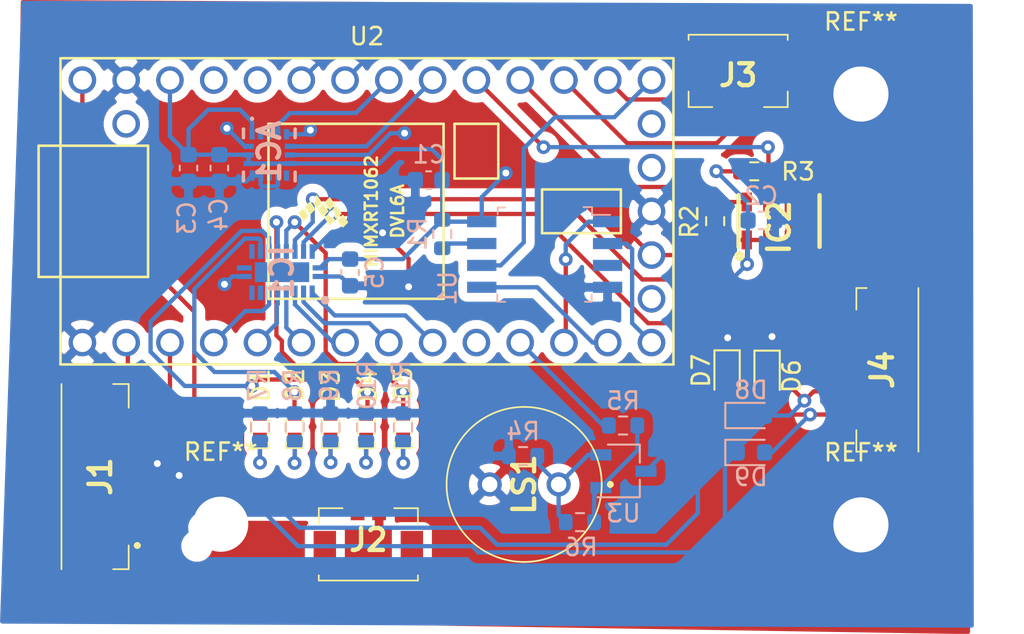
<source format=kicad_pcb>
(kicad_pcb (version 20171130) (host pcbnew "(5.1.10)-1")
  (layers (0 F.Cu signal) (31 B.Cu signal) (34 B.Paste user) (35 F.Paste user) (36 B.SilkS user) (37 F.SilkS user) (38 B.Mask user) (39 F.Mask user) (44 Edge.Cuts user))
  (net 0 "")
  (net 1 GND)
  (net 2 "Net-(D1-Pad1)")
  (net 3 "Net-(D2-Pad1)")
  (net 4 YLED1)
  (net 5 YLED2)
  (net 6 "Net-(D3-Pad1)")
  (net 7 "Net-(D4-Pad1)")
  (net 8 GLED1)
  (net 9 GLED2)
  (net 10 "Net-(D5-Pad1)")
  (net 11 MISO)
  (net 12 MOSI)
  (net 13 SCLK)
  (net 14 PYRO1)
  (net 15 PYRO2)
  (net 16 BUZZ1)
  (net 17 BUZZ2)
  (net 18 PWM1)
  (net 19 PWM2)
  (net 20 Buzzer)
  (net 21 "Net-(U1-Pad3)")
  (net 22 CS_FLASH)
  (net 23 TBUZZ2)
  (net 24 TBUZZ1)
  (net 25 VIN)
  (net 26 TGLED2)
  (net 27 TGLED1)
  (net 28 TYLED2)
  (net 29 TYLED1)
  (net 30 TBuzzer)
  (net 31 "Net-(J3-PadMP1)")
  (net 32 "Net-(J3-PadMP2)")
  (net 33 "Net-(J4-Pad6)")
  (net 34 "Net-(J4-Pad7)")
  (net 35 "Net-(J1-PadMP1)")
  (net 36 "Net-(J1-PadMP2)")
  (net 37 "Net-(J2-PadMP1)")
  (net 38 "Net-(J2-PadMP2)")
  (net 39 Baro_SCLK)
  (net 40 "Net-(AC1-Pad2)")
  (net 41 "Net-(AC1-Pad3)")
  (net 42 Accel_SCL)
  (net 43 Accel_SDA)
  (net 44 Accel_INT2)
  (net 45 Accel_INT1)
  (net 46 INFREE1)
  (net 47 INFREE2)
  (net 48 OUTFREE2)
  (net 49 OUTFREE1)
  (net 50 "Net-(IC1-Pad21)")
  (net 51 HFREE)
  (net 52 HTX)
  (net 53 HRX)
  (net 54 "Net-(R1-Pad2)")
  (net 55 "Net-(R5-Pad1)")
  (net 56 "Net-(U2-Pad18)")
  (net 57 "Net-(U2-Pad19)")
  (net 58 "Net-(U2-Pad15)")
  (net 59 "Net-(U2-Pad29)")
  (net 60 "Net-(U2-Pad30)")
  (net 61 "Net-(U2-Pad34)")
  (net 62 "Net-(U2-Pad10)")
  (net 63 +3V3)
  (net 64 Baro_SDA)
  (net 65 TPyro1OUT)
  (net 66 OPYRO1)
  (net 67 OPYRO2)
  (net 68 TPyro2OUT)
  (module MountingHole:MountingHole_3.2mm_M3 (layer F.Cu) (at 99.3648 106.55808)
    (fp_text reference REF** (at 0 -4.2) (layer F.SilkS))
    (fp_text value MountingHole_3.2mm_M3)
    (pad 1 np_thru_hole circle (at 0 0) (size 3.2 3.2) (drill 3.2) (layers *.Cu *.Mask))
  )
  (module MountingHole:MountingHole_3.2mm_M3 (layer F.Cu) (at 136.50976 106.59618)
    (fp_text reference REF** (at 0 -4.2) (layer F.SilkS))
    (fp_text value MountingHole_3.2mm_M3)
    (pad 1 np_thru_hole circle (at 0 0) (size 3.2 3.2) (drill 3.2) (layers *.Cu *.Mask))
  )
  (module MountingHole:MountingHole_3.2mm_M3 (layer F.Cu) (at 136.50976 81.57972)
    (fp_text reference REF** (at 0 -4.2) (layer F.SilkS))
    (fp_text value MountingHole_3.2mm_M3)
    (pad 1 np_thru_hole circle (at 0 0) (size 3.2 3.2) (drill 3.2) (layers *.Cu *.Mask))
  )
  (module Capacitor_SMD:C_0603_1608Metric (layer B.Cu) (at 130.72842 88.91778 180)
    (fp_text reference C2 (at 0 1.43) (layer B.SilkS) (effects (justify mirror)))
    (fp_text value 0.1uF)
    (pad 1 smd roundrect (at -0.775 0 180) (size 0.9 0.95) (layers B.Cu B.Paste B.Mask) (net 1 GND))
    (pad 2 smd roundrect (at 0.775 0 180) (size 0.9 0.95) (layers B.Cu B.Paste B.Mask) (net 63 +3V3))
  )
  (module Capacitor_SMD:C_0603_1608Metric (layer B.Cu) (at 111.4301 86.5759 180)
    (fp_text reference C1 (at -0.04034 1.48336) (layer B.SilkS) (effects (justify mirror)))
    (fp_text value 22pF)
    (pad 1 smd roundrect (at -0.775 0 180) (size 0.9 0.95) (layers B.Cu B.Paste B.Mask) (net 63 +3V3))
    (pad 2 smd roundrect (at 0.775 0 180) (size 0.9 0.95) (layers B.Cu B.Paste B.Mask) (net 1 GND))
  )
  (module Resistor_SMD:R_0603_1608Metric (layer B.Cu) (at 116.90908 102.60076 180)
    (fp_text reference R4 (at 0 1.43) (layer B.SilkS) (effects (justify mirror)))
    (fp_text value 1k)
    (pad 1 smd roundrect (at -0.825 0 180) (size 0.8 0.95) (layers B.Cu B.Paste B.Mask) (net 20 Buzzer))
    (pad 2 smd roundrect (at 0.825 0 180) (size 0.8 0.95) (layers B.Cu B.Paste B.Mask) (net 1 GND))
  )
  (module Resistor_SMD:R_0603_1608Metric (layer B.Cu) (at 101.64572 100.93402 270)
    (fp_text reference R7 (at -2.46942 0.14478 90) (layer B.SilkS) (effects (justify mirror)))
    (fp_text value 500)
    (pad 2 smd roundrect (at 0.825 0 270) (size 0.8 0.95) (layers B.Cu B.Paste B.Mask) (net 2 "Net-(D1-Pad1)"))
    (pad 1 smd roundrect (at -0.825 0 270) (size 0.8 0.95) (layers B.Cu B.Paste B.Mask) (net 1 GND))
  )
  (module Resistor_SMD:R_0603_1608Metric (layer B.Cu) (at 103.6574 100.92994 270)
    (fp_text reference R8 (at -2.4379 0.13462 90) (layer B.SilkS) (effects (justify mirror)))
    (fp_text value 330)
    (pad 1 smd roundrect (at -0.825 0 270) (size 0.8 0.95) (layers B.Cu B.Paste B.Mask) (net 1 GND))
    (pad 2 smd roundrect (at 0.825 0 270) (size 0.8 0.95) (layers B.Cu B.Paste B.Mask) (net 3 "Net-(D2-Pad1)"))
  )
  (module Resistor_SMD:R_0603_1608Metric (layer B.Cu) (at 105.73766 100.92994 270)
    (fp_text reference R9 (at -2.46126 0.07366 90) (layer B.SilkS) (effects (justify mirror)))
    (fp_text value 330)
    (pad 2 smd roundrect (at 0.825 0 270) (size 0.8 0.95) (layers B.Cu B.Paste B.Mask) (net 6 "Net-(D3-Pad1)"))
    (pad 1 smd roundrect (at -0.825 0 270) (size 0.8 0.95) (layers B.Cu B.Paste B.Mask) (net 1 GND))
  )
  (module Resistor_SMD:R_0603_1608Metric (layer B.Cu) (at 107.80014 100.94164 270)
    (fp_text reference R10 (at -2.45926 -0.05334 90) (layer B.SilkS) (effects (justify mirror)))
    (fp_text value 330)
    (pad 1 smd roundrect (at -0.825 0 270) (size 0.8 0.95) (layers B.Cu B.Paste B.Mask) (net 1 GND))
    (pad 2 smd roundrect (at 0.825 0 270) (size 0.8 0.95) (layers B.Cu B.Paste B.Mask) (net 7 "Net-(D4-Pad1)"))
  )
  (module Resistor_SMD:R_0603_1608Metric (layer B.Cu) (at 109.94136 100.93402 270)
    (fp_text reference R11 (at -2.4491 0.10668 90) (layer B.SilkS) (effects (justify mirror)))
    (fp_text value 330)
    (pad 1 smd roundrect (at -0.825 0 270) (size 0.8 0.95) (layers B.Cu B.Paste B.Mask) (net 1 GND))
    (pad 2 smd roundrect (at 0.825 0 270) (size 0.8 0.95) (layers B.Cu B.Paste B.Mask) (net 10 "Net-(D5-Pad1)"))
  )
  (module Resistor_SMD:R_0603_1608Metric (layer B.Cu) (at 112.21974 89.70822 270)
    (fp_text reference R1 (at 0 1.43 90) (layer B.SilkS) (effects (justify mirror)))
    (fp_text value 10M)
    (pad 2 smd roundrect (at 0.825 0 270) (size 0.8 0.95) (layers B.Cu B.Paste B.Mask) (net 54 "Net-(R1-Pad2)"))
    (pad 1 smd roundrect (at -0.825 0 270) (size 0.8 0.95) (layers B.Cu B.Paste B.Mask) (net 63 +3V3))
  )
  (module KRTEK_V2:LED_2-SMD_No_Lead_1.7x0.8mm (layer F.Cu) (at 101.6381 100.89458 90)
    (fp_text reference D1 (at 2.401 0.04572 90) (layer F.SilkS))
    (fp_text value RED)
    (pad 2 smd rect (at 0.75 0 90) (size 0.8 0.8) (layers F.Cu F.Paste F.Mask) (net 25 VIN))
    (pad 1 smd rect (at -0.75 0 90) (size 0.8 0.8) (layers F.Cu F.Paste F.Mask) (net 2 "Net-(D1-Pad1)"))
  )
  (module KRTEK_V2:LED_2-SMD_No_Lead_1.7x0.8mm (layer F.Cu) (at 103.6574 100.89204 90)
    (fp_text reference D2 (at 2.43402 0.02794 90) (layer F.SilkS))
    (fp_text value YELLOW)
    (pad 1 smd rect (at -0.75 0 90) (size 0.8 0.8) (layers F.Cu F.Paste F.Mask) (net 3 "Net-(D2-Pad1)"))
    (pad 2 smd rect (at 0.75 0 90) (size 0.8 0.8) (layers F.Cu F.Paste F.Mask) (net 4 YLED1))
  )
  (module KRTEK_V2:LED_2-SMD_No_Lead_1.7x0.8mm (layer F.Cu) (at 105.73512 100.89204 90)
    (fp_text reference D3 (at 2.37306 0.01524 90) (layer F.SilkS))
    (fp_text value YELLOW)
    (pad 2 smd rect (at 0.75 0 90) (size 0.8 0.8) (layers F.Cu F.Paste F.Mask) (net 5 YLED2))
    (pad 1 smd rect (at -0.75 0 90) (size 0.8 0.8) (layers F.Cu F.Paste F.Mask) (net 6 "Net-(D3-Pad1)"))
  )
  (module KRTEK_V2:LED_2-SMD_No_Lead_1.7x0.8mm (layer F.Cu) (at 107.80522 100.89712 90)
    (fp_text reference D4 (at 2.37052 0.09652 90) (layer F.SilkS))
    (fp_text value GREEN)
    (pad 1 smd rect (at -0.75 0 90) (size 0.8 0.8) (layers F.Cu F.Paste F.Mask) (net 7 "Net-(D4-Pad1)"))
    (pad 2 smd rect (at 0.75 0 90) (size 0.8 0.8) (layers F.Cu F.Paste F.Mask) (net 8 GLED1))
  )
  (module KRTEK_V2:LED_2-SMD_No_Lead_1.7x0.8mm (layer F.Cu) (at 109.95152 100.88696 90)
    (fp_text reference D5 (at 2.48666 -0.00254 90) (layer F.SilkS))
    (fp_text value GREEN)
    (pad 2 smd rect (at 0.75 0 90) (size 0.8 0.8) (layers F.Cu F.Paste F.Mask) (net 9 GLED2))
    (pad 1 smd rect (at -0.75 0 90) (size 0.8 0.8) (layers F.Cu F.Paste F.Mask) (net 10 "Net-(D5-Pad1)"))
  )
  (module KRTEK_V2:MS561101BA03-50 (layer F.Cu) (at 131.75996 88.9508 90)
    (fp_text reference IC2 (at -0.372 -0.006 90) (layer F.SilkS) (effects (font (size 1.27 1.27) (thickness 0.254))))
    (fp_text value "Baro - MS561101BA03-50" hide)
    (pad 1 smd rect (at -1.1 -1.875 180) (size 0.6 1.1) (layers F.Cu F.Paste F.Mask) (net 63 +3V3))
    (pad 2 smd rect (at -1.1 -0.625 180) (size 0.6 1.1) (layers F.Cu F.Paste F.Mask) (net 63 +3V3))
    (pad 3 smd rect (at -1.1 0.625 180) (size 0.6 1.1) (layers F.Cu F.Paste F.Mask) (net 1 GND))
    (pad 4 smd rect (at -1.1 1.875 180) (size 0.6 1.1) (layers F.Cu F.Paste F.Mask) (net 1 GND))
    (pad 5 smd rect (at 1.1 1.875 180) (size 0.6 1.1) (layers F.Cu F.Paste F.Mask) (net 1 GND))
    (pad 6 smd rect (at 1.1 0.625 180) (size 0.6 1.1) (layers F.Cu F.Paste F.Mask) (net 1 GND))
    (pad 7 smd rect (at 1.1 -0.625 180) (size 0.6 1.1) (layers F.Cu F.Paste F.Mask) (net 64 Baro_SDA))
    (pad 8 smd rect (at 1.1 -1.875 180) (size 0.6 1.1) (layers F.Cu F.Paste F.Mask) (net 39 Baro_SCLK))
  )
  (module KRTEK_V2:CST931AP (layer F.Cu) (at 118.97106 104.24668 90)
    (fp_text reference LS1 (at 0 -2 90) (layer F.SilkS) (effects (font (size 1.27 1.27) (thickness 0.254))))
    (fp_text value "Buzzer - CST-931AP" hide)
    (pad 1 thru_hole circle (at 0 0 90) (size 1.4 1.4) (drill 0.9) (layers *.Cu *.Mask) (net 20 Buzzer))
    (pad 2 thru_hole circle (at 0 -4 90) (size 1.4 1.4) (drill 0.9) (layers *.Cu *.Mask) (net 1 GND))
  )
  (module KRTEK_V2:SOIC-8_W5.6mm (layer B.Cu) (at 118.16082 90.8939 270)
    (fp_text reference U1 (at 1.95326 5.6312 90) (layer B.SilkS) (effects (justify mirror)))
    (fp_text value "Flash - COM-15809")
    (pad 1 smd rect (at -1.905 -3.65 270) (size 0.65 1.7) (layers B.Cu B.Paste B.Mask) (net 22 CS_FLASH))
    (pad 2 smd rect (at -0.635 -3.65 270) (size 0.65 1.7) (layers B.Cu B.Paste B.Mask) (net 11 MISO))
    (pad 3 smd rect (at 0.635 -3.65 270) (size 0.65 1.7) (layers B.Cu B.Paste B.Mask) (net 21 "Net-(U1-Pad3)"))
    (pad 4 smd rect (at 1.905 -3.65 270) (size 0.65 1.7) (layers B.Cu B.Paste B.Mask) (net 1 GND))
    (pad 5 smd rect (at 1.905 3.65 270) (size 0.65 1.7) (layers B.Cu B.Paste B.Mask) (net 12 MOSI))
    (pad 6 smd rect (at 0.635 3.65 270) (size 0.65 1.7) (layers B.Cu B.Paste B.Mask) (net 13 SCLK))
    (pad 7 smd rect (at -0.635 3.65 270) (size 0.65 1.7) (layers B.Cu B.Paste B.Mask) (net 54 "Net-(R1-Pad2)"))
    (pad 8 smd rect (at -1.905 3.65 270) (size 0.65 1.7) (layers B.Cu B.Paste B.Mask) (net 63 +3V3))
  )
  (module EXTENSION:5055670281 (layer F.Cu) (at 129.38736 82.33642)
    (fp_text reference J3 (at 0 -1.85) (layer F.SilkS) (effects (font (size 1.27 1.27) (thickness 0.254))))
    (fp_text value PWM hide)
    (pad 1 smd rect (at 0.625 -0.1) (size 0.8 1.2) (layers F.Cu F.Paste F.Mask) (net 19 PWM2))
    (pad 2 smd rect (at -0.625 -0.1) (size 0.8 1.2) (layers F.Cu F.Paste F.Mask) (net 18 PWM1))
    (pad MP1 smd rect (at -2.525 -2.395) (size 1.3 2.15) (layers F.Cu F.Paste F.Mask) (net 31 "Net-(J3-PadMP1)"))
    (pad MP2 smd rect (at 2.525 -2.395) (size 1.3 2.15) (layers F.Cu F.Paste F.Mask) (net 32 "Net-(J3-PadMP2)"))
  )
  (module EXTENSION:5055670571 (layer F.Cu) (at 138.04422 97.5937 270)
    (fp_text reference J4 (at 0 0.3 90) (layer F.SilkS) (effects (font (size 1.27 1.27) (thickness 0.254))))
    (fp_text value EXTOUT hide)
    (pad 1 smd rect (at -2.5 1.8 270) (size 0.8 1.2) (layers F.Cu F.Paste F.Mask) (net 1 GND))
    (pad 2 smd rect (at -1.25 1.8 270) (size 0.8 1.2) (layers F.Cu F.Paste F.Mask) (net 16 BUZZ1))
    (pad 3 smd rect (at 0 1.8 270) (size 0.8 1.2) (layers F.Cu F.Paste F.Mask) (net 17 BUZZ2))
    (pad 4 smd rect (at 1.25 1.8 270) (size 0.8 1.2) (layers F.Cu F.Paste F.Mask) (net 66 OPYRO1))
    (pad 5 smd rect (at 2.5 1.8 270) (size 0.8 1.2) (layers F.Cu F.Paste F.Mask) (net 67 OPYRO2))
    (pad 6 smd rect (at -4.4 -0.495 270) (size 0.8 2.15) (layers F.Cu F.Paste F.Mask) (net 33 "Net-(J4-Pad6)"))
    (pad 7 smd rect (at 4.4 -0.495 270) (size 0.8 2.15) (layers F.Cu F.Paste F.Mask) (net 34 "Net-(J4-Pad7)"))
  )
  (module EXTENSION:5055670281 (layer F.Cu) (at 107.93198 105.62612 180)
    (fp_text reference J2 (at 0 -1.85) (layer F.SilkS) (effects (font (size 1.27 1.27) (thickness 0.254))))
    (fp_text value BATT hide)
    (pad 1 smd rect (at 0.625 -0.1 180) (size 0.8 1.2) (layers F.Cu F.Paste F.Mask) (net 25 VIN))
    (pad 2 smd rect (at -0.625 -0.1 180) (size 0.8 1.2) (layers F.Cu F.Paste F.Mask) (net 1 GND))
    (pad MP1 smd rect (at -2.525 -2.395 180) (size 1.3 2.15) (layers F.Cu F.Paste F.Mask) (net 37 "Net-(J2-PadMP1)"))
    (pad MP2 smd rect (at 2.525 -2.395 180) (size 1.3 2.15) (layers F.Cu F.Paste F.Mask) (net 38 "Net-(J2-PadMP2)"))
  )
  (module EXTENSION:QFN50P250X450X100-21N-D (layer B.Cu) (at 102.92334 91.9226 90)
    (fp_text reference IC1 (at 0 0 90) (layer B.SilkS) (effects (font (size 1.27 1.27) (thickness 0.254)) (justify mirror)))
    (fp_text value "TeensyBuffer - 74AHCV541ABQX" hide)
    (pad 1 smd rect (at -0.25 2.2 90) (size 0.3 0.85) (layers B.Cu B.Paste B.Mask) (net 1 GND))
    (pad 2 smd rect (at -1.2 1.75) (size 0.3 0.85) (layers B.Cu B.Paste B.Mask) (net 23 TBUZZ2))
    (pad 3 smd rect (at -1.2 1.25) (size 0.3 0.85) (layers B.Cu B.Paste B.Mask) (net 24 TBUZZ1))
    (pad 4 smd rect (at -1.2 0.75) (size 0.3 0.85) (layers B.Cu B.Paste B.Mask) (net 26 TGLED2))
    (pad 5 smd rect (at -1.2 0.25) (size 0.3 0.85) (layers B.Cu B.Paste B.Mask) (net 27 TGLED1))
    (pad 6 smd rect (at -1.2 -0.25) (size 0.3 0.85) (layers B.Cu B.Paste B.Mask) (net 28 TYLED2))
    (pad 7 smd rect (at -1.2 -0.75) (size 0.3 0.85) (layers B.Cu B.Paste B.Mask) (net 29 TYLED1))
    (pad 8 smd rect (at -1.2 -1.25) (size 0.3 0.85) (layers B.Cu B.Paste B.Mask) (net 46 INFREE1))
    (pad 9 smd rect (at -1.2 -1.75) (size 0.3 0.85) (layers B.Cu B.Paste B.Mask) (net 47 INFREE2))
    (pad 10 smd rect (at -0.25 -2.2 90) (size 0.3 0.85) (layers B.Cu B.Paste B.Mask) (net 1 GND))
    (pad 11 smd rect (at 0.25 -2.2 90) (size 0.3 0.85) (layers B.Cu B.Paste B.Mask) (net 48 OUTFREE2))
    (pad 12 smd rect (at 1.2 -1.75) (size 0.3 0.85) (layers B.Cu B.Paste B.Mask) (net 49 OUTFREE1))
    (pad 13 smd rect (at 1.2 -1.25) (size 0.3 0.85) (layers B.Cu B.Paste B.Mask) (net 4 YLED1))
    (pad 14 smd rect (at 1.2 -0.75) (size 0.3 0.85) (layers B.Cu B.Paste B.Mask) (net 5 YLED2))
    (pad 15 smd rect (at 1.2 -0.25) (size 0.3 0.85) (layers B.Cu B.Paste B.Mask) (net 8 GLED1))
    (pad 16 smd rect (at 1.2 0.25) (size 0.3 0.85) (layers B.Cu B.Paste B.Mask) (net 9 GLED2))
    (pad 17 smd rect (at 1.2 0.75) (size 0.3 0.85) (layers B.Cu B.Paste B.Mask) (net 16 BUZZ1))
    (pad 18 smd rect (at 1.2 1.25) (size 0.3 0.85) (layers B.Cu B.Paste B.Mask) (net 17 BUZZ2))
    (pad 19 smd rect (at 1.2 1.75) (size 0.3 0.85) (layers B.Cu B.Paste B.Mask) (net 1 GND))
    (pad 20 smd rect (at 0.25 2.2 90) (size 0.3 0.85) (layers B.Cu B.Paste B.Mask) (net 63 +3V3))
    (pad 21 smd rect (at 0 0 90) (size 1.15 3.15) (layers B.Cu B.Paste B.Mask) (net 50 "Net-(IC1-Pad21)"))
  )
  (module EXTENSION:Teensy40_EXT (layer F.Cu) (at 107.85094 88.38946)
    (fp_text reference U2 (at 0 -10.16) (layer F.SilkS))
    (fp_text value Teensy4.0)
    (fp_text user MIMXRT1062 (at 0.254 0 90) (layer F.SilkS) (effects (font (size 0.7 0.7))))
    (fp_text user DVL6A (at 1.778 0 90) (layer F.SilkS) (effects (font (size 0.7 0.7))))
    (pad 17 thru_hole circle (at 16.51 0) (size 1.6 1.6) (drill 1.1) (layers *.Cu *.Mask) (net 1 GND))
    (pad 18 thru_hole circle (at 16.51 -2.54) (size 1.6 1.6) (drill 1.1) (layers *.Cu *.Mask) (net 56 "Net-(U2-Pad18)"))
    (pad 19 thru_hole circle (at 16.51 -5.08) (size 1.6 1.6) (drill 1.1) (layers *.Cu *.Mask) (net 57 "Net-(U2-Pad19)"))
    (pad 20 thru_hole circle (at 16.51 -7.62) (size 1.6 1.6) (drill 1.1) (layers *.Cu *.Mask) (net 13 SCLK))
    (pad 16 thru_hole circle (at 16.51 2.54) (size 1.6 1.6) (drill 1.1) (layers *.Cu *.Mask) (net 63 +3V3))
    (pad 15 thru_hole circle (at 16.51 5.08) (size 1.6 1.6) (drill 1.1) (layers *.Cu *.Mask) (net 58 "Net-(U2-Pad15)"))
    (pad 14 thru_hole circle (at 16.51 7.62) (size 1.6 1.6) (drill 1.1) (layers *.Cu *.Mask) (net 11 MISO))
    (pad 21 thru_hole circle (at 13.97 -7.62) (size 1.6 1.6) (drill 1.1) (layers *.Cu *.Mask) (net 18 PWM1))
    (pad 22 thru_hole circle (at 11.43 -7.62) (size 1.6 1.6) (drill 1.1) (layers *.Cu *.Mask) (net 19 PWM2))
    (pad 23 thru_hole circle (at 8.89 -7.62) (size 1.6 1.6) (drill 1.1) (layers *.Cu *.Mask) (net 39 Baro_SCLK))
    (pad 24 thru_hole circle (at 6.35 -7.62) (size 1.6 1.6) (drill 1.1) (layers *.Cu *.Mask) (net 64 Baro_SDA))
    (pad 25 thru_hole circle (at 3.81 -7.62) (size 1.6 1.6) (drill 1.1) (layers *.Cu *.Mask) (net 43 Accel_SDA))
    (pad 26 thru_hole circle (at 1.27 -7.62) (size 1.6 1.6) (drill 1.1) (layers *.Cu *.Mask) (net 42 Accel_SCL))
    (pad 27 thru_hole circle (at -1.27 -7.62) (size 1.6 1.6) (drill 1.1) (layers *.Cu *.Mask) (net 68 TPyro2OUT))
    (pad 28 thru_hole circle (at -3.81 -7.62) (size 1.6 1.6) (drill 1.1) (layers *.Cu *.Mask) (net 65 TPyro1OUT))
    (pad 29 thru_hole circle (at -6.35 -7.62) (size 1.6 1.6) (drill 1.1) (layers *.Cu *.Mask) (net 59 "Net-(U2-Pad29)"))
    (pad 30 thru_hole circle (at -8.89 -7.62) (size 1.6 1.6) (drill 1.1) (layers *.Cu *.Mask) (net 60 "Net-(U2-Pad30)"))
    (pad 31 thru_hole circle (at -11.43 -7.62) (size 1.6 1.6) (drill 1.1) (layers *.Cu *.Mask) (net 63 +3V3))
    (pad 32 thru_hole circle (at -13.97 -7.62) (size 1.6 1.6) (drill 1.1) (layers *.Cu *.Mask) (net 1 GND))
    (pad 33 thru_hole circle (at -16.51 -7.62) (size 1.6 1.6) (drill 1.1) (layers *.Cu *.Mask) (net 25 VIN))
    (pad 34 thru_hole circle (at -13.97 -5.08) (size 1.6 1.6) (drill 1.1) (layers *.Cu *.Mask) (net 61 "Net-(U2-Pad34)"))
    (pad 13 thru_hole circle (at 13.97 7.62) (size 1.6 1.6) (drill 1.1) (layers *.Cu *.Mask) (net 12 MOSI))
    (pad 12 thru_hole circle (at 11.43 7.62) (size 1.6 1.6) (drill 1.1) (layers *.Cu *.Mask) (net 22 CS_FLASH))
    (pad 11 thru_hole circle (at 8.89 7.62) (size 1.6 1.6) (drill 1.1) (layers *.Cu *.Mask) (net 30 TBuzzer))
    (pad 10 thru_hole circle (at 6.35 7.62) (size 1.6 1.6) (drill 1.1) (layers *.Cu *.Mask) (net 62 "Net-(U2-Pad10)"))
    (pad 9 thru_hole circle (at 3.81 7.62) (size 1.6 1.6) (drill 1.1) (layers *.Cu *.Mask) (net 23 TBUZZ2))
    (pad 8 thru_hole circle (at 1.27 7.62) (size 1.6 1.6) (drill 1.1) (layers *.Cu *.Mask) (net 24 TBUZZ1))
    (pad 7 thru_hole circle (at -1.27 7.62) (size 1.6 1.6) (drill 1.1) (layers *.Cu *.Mask) (net 26 TGLED2))
    (pad 6 thru_hole circle (at -3.81 7.62) (size 1.6 1.6) (drill 1.1) (layers *.Cu *.Mask) (net 27 TGLED1))
    (pad 5 thru_hole circle (at -6.35 7.62) (size 1.6 1.6) (drill 1.1) (layers *.Cu *.Mask) (net 28 TYLED2))
    (pad 4 thru_hole circle (at -8.89 7.62) (size 1.6 1.6) (drill 1.1) (layers *.Cu *.Mask) (net 29 TYLED1))
    (pad 3 thru_hole circle (at -11.43 7.62) (size 1.6 1.6) (drill 1.1) (layers *.Cu *.Mask) (net 52 HTX))
    (pad 2 thru_hole circle (at -13.97 7.62) (size 1.6 1.6) (drill 1.1) (layers *.Cu *.Mask) (net 53 HRX))
    (pad 1 thru_hole circle (at -16.51 7.62) (size 1.6 1.6) (drill 1.1) (layers *.Cu *.Mask) (net 1 GND))
  )
  (module EXTENSION:TSOT-23 (layer B.Cu) (at 122.7309 103.48214)
    (fp_text reference U3 (at 0 2.45) (layer B.SilkS) (effects (justify mirror)))
    (fp_text value "MOSBuzzer - BSH105,235")
    (pad 1 smd rect (at -1.31 0.95) (size 1.22 0.65) (layers B.Cu B.Paste B.Mask) (net 55 "Net-(R5-Pad1)"))
    (pad 2 smd rect (at -1.31 -0.95) (size 1.22 0.65) (layers B.Cu B.Paste B.Mask) (net 20 Buzzer))
    (pad 3 smd rect (at 1.31 0) (size 1.22 0.65) (layers B.Cu B.Paste B.Mask) (net 63 +3V3))
  )
  (module EXTENSION:5055670671 (layer F.Cu) (at 92.3763 103.7929 90)
    (fp_text reference J1 (at 0 0 90) (layer F.SilkS) (effects (font (size 1.27 1.27) (thickness 0.254))))
    (fp_text value EXTIN hide)
    (pad 1 smd rect (at -3.125 1.6 90) (size 0.8 1.2) (layers F.Cu F.Paste F.Mask) (net 15 PYRO2))
    (pad 2 smd rect (at -1.875 1.6 90) (size 0.8 1.2) (layers F.Cu F.Paste F.Mask) (net 14 PYRO1))
    (pad 3 smd rect (at -0.625 1.6 90) (size 0.8 1.2) (layers F.Cu F.Paste F.Mask) (net 1 GND))
    (pad 4 smd rect (at 0.625 1.6 90) (size 0.8 1.2) (layers F.Cu F.Paste F.Mask) (net 51 HFREE))
    (pad 5 smd rect (at 1.875 1.6 90) (size 0.8 1.2) (layers F.Cu F.Paste F.Mask) (net 52 HTX))
    (pad 6 smd rect (at 3.125 1.6 90) (size 0.8 1.2) (layers F.Cu F.Paste F.Mask) (net 53 HRX))
    (pad MP1 smd rect (at -5.025 -0.695 90) (size 1.3 2.15) (layers F.Cu F.Paste F.Mask) (net 35 "Net-(J1-PadMP1)"))
    (pad MP2 smd rect (at 5.025 -0.695 90) (size 1.3 2.15) (layers F.Cu F.Paste F.Mask) (net 36 "Net-(J1-PadMP2)"))
  )
  (module EXTENSION:LIS3DHTR (layer B.Cu) (at 102.18496 85.11428 270)
    (fp_text reference AC1 (at -0.181 0 90) (layer B.SilkS) (effects (font (size 1.27 1.27) (thickness 0.254)) (justify mirror)))
    (fp_text value "Accel - H3LIS331DLTR" hide)
    (pad 1 smd rect (at -1.2 1 180) (size 0.3 0.6) (layers B.Cu B.Paste B.Mask) (net 63 +3V3))
    (pad 2 smd rect (at -1.2 0.5 180) (size 0.3 0.6) (layers B.Cu B.Paste B.Mask) (net 40 "Net-(AC1-Pad2)"))
    (pad 3 smd rect (at -1.2 0 180) (size 0.3 0.6) (layers B.Cu B.Paste B.Mask) (net 41 "Net-(AC1-Pad3)"))
    (pad 4 smd rect (at -1.2 -0.5 180) (size 0.3 0.6) (layers B.Cu B.Paste B.Mask) (net 42 Accel_SCL))
    (pad 5 smd rect (at -1.2 -1 180) (size 0.3 0.6) (layers B.Cu B.Paste B.Mask) (net 1 GND))
    (pad 6 smd rect (at -0.5 -1.2 270) (size 0.3 0.6) (layers B.Cu B.Paste B.Mask) (net 43 Accel_SDA))
    (pad 7 smd rect (at 0 -1.2 270) (size 0.3 0.6) (layers B.Cu B.Paste B.Mask) (net 1 GND))
    (pad 8 smd rect (at 0.5 -1.2 270) (size 0.3 0.6) (layers B.Cu B.Paste B.Mask) (net 63 +3V3))
    (pad 9 smd rect (at 1.2 -1 180) (size 0.3 0.6) (layers B.Cu B.Paste B.Mask) (net 44 Accel_INT2))
    (pad 10 smd rect (at 1.2 -0.5 180) (size 0.3 0.6) (layers B.Cu B.Paste B.Mask) (net 1 GND))
    (pad 11 smd rect (at 1.2 0 180) (size 0.3 0.6) (layers B.Cu B.Paste B.Mask) (net 45 Accel_INT1))
    (pad 12 smd rect (at 1.2 0.5 180) (size 0.3 0.6) (layers B.Cu B.Paste B.Mask) (net 1 GND))
    (pad 13 smd rect (at 1.2 1 180) (size 0.3 0.6) (layers B.Cu B.Paste B.Mask) (net 1 GND))
    (pad 14 smd rect (at 0.5 1.2 270) (size 0.3 0.6) (layers B.Cu B.Paste B.Mask) (net 63 +3V3))
    (pad 15 smd rect (at 0 1.2 270) (size 0.3 0.6) (layers B.Cu B.Paste B.Mask) (net 63 +3V3))
    (pad 16 smd rect (at -0.5 1.2 270) (size 0.3 0.6) (layers B.Cu B.Paste B.Mask) (net 1 GND))
  )
  (module Capacitor_SMD:C_0603_1608Metric (layer B.Cu) (at 97.4979 85.8777 270)
    (fp_text reference C3 (at 2.90038 0.09906 90) (layer B.SilkS) (effects (justify mirror)))
    (fp_text value 0.1uF)
    (pad 2 smd roundrect (at 0.775 0 270) (size 0.9 0.95) (layers B.Cu B.Paste B.Mask) (net 1 GND))
    (pad 1 smd roundrect (at -0.775 0 270) (size 0.9 0.95) (layers B.Cu B.Paste B.Mask) (net 63 +3V3))
  )
  (module Capacitor_SMD:C_0603_1608Metric (layer B.Cu) (at 99.28606 85.8774 270)
    (fp_text reference C4 (at 2.70032 0.0381 90) (layer B.SilkS) (effects (justify mirror)))
    (fp_text value 10uF)
    (pad 1 smd roundrect (at -0.775 0 270) (size 0.9 0.95) (layers B.Cu B.Paste B.Mask) (net 63 +3V3))
    (pad 2 smd roundrect (at 0.775 0 270) (size 0.9 0.95) (layers B.Cu B.Paste B.Mask) (net 1 GND))
  )
  (module Resistor_SMD:R_0603_1608Metric (layer F.Cu) (at 128.0541 88.96146 270)
    (fp_text reference R2 (at 0.03506 1.49606 90) (layer F.SilkS))
    (fp_text value 10k)
    (pad 1 smd roundrect (at -0.825 0 270) (size 0.8 0.95) (layers F.Cu F.Paste F.Mask) (net 39 Baro_SCLK))
    (pad 2 smd roundrect (at 0.825 0 270) (size 0.8 0.95) (layers F.Cu F.Paste F.Mask) (net 63 +3V3))
  )
  (module Resistor_SMD:R_0603_1608Metric (layer F.Cu) (at 130.32028 86.06536 180)
    (fp_text reference R3 (at -2.54204 -0.01778) (layer F.SilkS))
    (fp_text value 10k)
    (pad 2 smd roundrect (at 0.825 0 180) (size 0.8 0.95) (layers F.Cu F.Paste F.Mask) (net 63 +3V3))
    (pad 1 smd roundrect (at -0.825 0 180) (size 0.8 0.95) (layers F.Cu F.Paste F.Mask) (net 64 Baro_SDA))
  )
  (module Resistor_SMD:R_0603_1608Metric (layer B.Cu) (at 122.71198 100.8253 180)
    (fp_text reference R5 (at 0 1.43) (layer B.SilkS) (effects (justify mirror)))
    (fp_text value 500)
    (pad 1 smd roundrect (at -0.825 0 180) (size 0.8 0.95) (layers B.Cu B.Paste B.Mask) (net 55 "Net-(R5-Pad1)"))
    (pad 2 smd roundrect (at 0.825 0 180) (size 0.8 0.95) (layers B.Cu B.Paste B.Mask) (net 30 TBuzzer))
  )
  (module Resistor_SMD:R_0603_1608Metric (layer B.Cu) (at 120.20854 106.43616 180)
    (fp_text reference R6 (at -0.05792 -1.45542) (layer B.SilkS) (effects (justify mirror)))
    (fp_text value 10k)
    (pad 2 smd roundrect (at 0.825 0 180) (size 0.8 0.95) (layers B.Cu B.Paste B.Mask) (net 20 Buzzer))
    (pad 1 smd roundrect (at -0.825 0 180) (size 0.8 0.95) (layers B.Cu B.Paste B.Mask) (net 55 "Net-(R5-Pad1)"))
  )
  (module Capacitor_SMD:C_0603_1608Metric (layer B.Cu) (at 106.87304 91.93814 90)
    (fp_text reference C5 (at 0 1.43 90) (layer B.SilkS) (effects (justify mirror)))
    (fp_text value 0.1uF)
    (pad 1 smd roundrect (at -0.775 0 90) (size 0.9 0.95) (layers B.Cu B.Paste B.Mask) (net 1 GND))
    (pad 2 smd roundrect (at 0.775 0 90) (size 0.9 0.95) (layers B.Cu B.Paste B.Mask) (net 63 +3V3))
  )
  (module Diode_SMD:D_0603_1608Metric (layer F.Cu) (at 131.06654 97.96282 270)
    (fp_text reference D6 (at 0 -1.43 90) (layer F.SilkS))
    (fp_text value DIODE)
    (pad 1 smd roundrect (at -0.7875 0 270) (size 0.875 0.95) (layers F.Cu F.Paste F.Mask) (net 65 TPyro1OUT))
    (pad 2 smd roundrect (at 0.7875 0 270) (size 0.875 0.95) (layers F.Cu F.Paste F.Mask) (net 66 OPYRO1))
  )
  (module Diode_SMD:D_0603_1608Metric (layer F.Cu) (at 128.74498 97.94504 270)
    (fp_text reference D7 (at -0.30724 1.5113 90) (layer F.SilkS))
    (fp_text value DIODE)
    (pad 2 smd roundrect (at 0.7875 0 270) (size 0.875 0.95) (layers F.Cu F.Paste F.Mask) (net 67 OPYRO2))
    (pad 1 smd roundrect (at -0.7875 0 270) (size 0.875 0.95) (layers F.Cu F.Paste F.Mask) (net 68 TPyro2OUT))
  )
  (module Diode_SMD:D_0603_1608Metric (layer B.Cu) (at 130.12664 100.24618)
    (fp_text reference D8 (at 0.0001 -1.47574) (layer B.SilkS) (effects (justify mirror)))
    (fp_text value DIODE)
    (pad 1 smd roundrect (at -0.7875 0) (size 0.875 0.95) (layers B.Cu B.Paste B.Mask) (net 14 PYRO1))
    (pad 2 smd roundrect (at 0.7875 0) (size 0.875 0.95) (layers B.Cu B.Paste B.Mask) (net 66 OPYRO1))
  )
  (module Diode_SMD:D_0603_1608Metric (layer B.Cu) (at 130.12664 102.38994)
    (fp_text reference D9 (at 0 1.43) (layer B.SilkS) (effects (justify mirror)))
    (fp_text value DIODE)
    (pad 2 smd roundrect (at 0.7875 0) (size 0.875 0.95) (layers B.Cu B.Paste B.Mask) (net 67 OPYRO2))
    (pad 1 smd roundrect (at -0.7875 0) (size 0.875 0.95) (layers B.Cu B.Paste B.Mask) (net 15 PYRO2))
  )
  (segment (start 106.3325 92.1726) (end 106.87304 92.71314) (width 0.25) (layer B.Cu) (net 1))
  (segment (start 105.12334 92.1726) (end 106.3325 92.1726) (width 0.25) (layer B.Cu) (net 1))
  (via (at 99.58324 92.62618) (size 0.8) (drill 0.4) (layers F.Cu B.Cu) (net 1))
  (segment (start 100.03682 92.1726) (end 99.58324 92.62618) (width 0.25) (layer B.Cu) (net 1))
  (segment (start 100.72334 92.1726) (end 100.03682 92.1726) (width 0.25) (layer B.Cu) (net 1))
  (via (at 110.26648 92.77096) (size 0.8) (drill 0.4) (layers F.Cu B.Cu) (net 1))
  (via (at 108.75772 89.6366) (size 0.8) (drill 0.4) (layers F.Cu B.Cu) (net 1))
  (segment (start 110.26648 91.14536) (end 108.75772 89.6366) (width 0.25) (layer F.Cu) (net 1))
  (segment (start 110.26648 92.77096) (end 110.26648 91.14536) (width 0.25) (layer F.Cu) (net 1))
  (segment (start 110.20866 92.71314) (end 110.26648 92.77096) (width 0.25) (layer B.Cu) (net 1))
  (segment (start 106.87304 92.71314) (end 110.20866 92.71314) (width 0.25) (layer B.Cu) (net 1))
  (segment (start 105.75934 89.6366) (end 108.75772 89.6366) (width 0.25) (layer B.Cu) (net 1))
  (segment (start 104.67334 90.7226) (end 105.75934 89.6366) (width 0.25) (layer B.Cu) (net 1))
  (via (at 104.56672 83.67268) (size 0.8) (drill 0.4) (layers F.Cu B.Cu) (net 1))
  (segment (start 104.32512 83.91428) (end 104.56672 83.67268) (width 0.25) (layer B.Cu) (net 1))
  (segment (start 103.18496 83.91428) (end 104.32512 83.91428) (width 0.25) (layer B.Cu) (net 1))
  (via (at 110.0328 83.85048) (size 0.8) (drill 0.4) (layers F.Cu B.Cu) (net 1))
  (segment (start 107.95253 85.11428) (end 103.38496 85.11428) (width 0.25) (layer B.Cu) (net 1))
  (segment (start 109.21633 83.85048) (end 107.95253 85.11428) (width 0.25) (layer B.Cu) (net 1))
  (segment (start 110.0328 83.85048) (end 109.21633 83.85048) (width 0.25) (layer B.Cu) (net 1))
  (segment (start 101.774959 86.939281) (end 101.68496 86.849282) (width 0.25) (layer B.Cu) (net 1))
  (segment (start 101.68496 86.849282) (end 101.68496 86.31428) (width 0.25) (layer B.Cu) (net 1))
  (segment (start 102.609959 86.939281) (end 101.774959 86.939281) (width 0.25) (layer B.Cu) (net 1))
  (segment (start 102.68496 86.86428) (end 102.609959 86.939281) (width 0.25) (layer B.Cu) (net 1))
  (segment (start 102.68496 86.31428) (end 102.68496 86.86428) (width 0.25) (layer B.Cu) (net 1))
  (segment (start 101.68496 86.31428) (end 101.18496 86.31428) (width 0.25) (layer B.Cu) (net 1))
  (segment (start 100.84684 86.6524) (end 101.18496 86.31428) (width 0.25) (layer B.Cu) (net 1))
  (segment (start 99.28606 86.6524) (end 100.84684 86.6524) (width 0.25) (layer B.Cu) (net 1))
  (via (at 99.72548 83.566) (size 0.8) (drill 0.4) (layers F.Cu B.Cu) (net 1))
  (segment (start 100.77376 84.61428) (end 99.72548 83.566) (width 0.25) (layer B.Cu) (net 1))
  (segment (start 100.98496 84.61428) (end 100.77376 84.61428) (width 0.25) (layer B.Cu) (net 1))
  (via (at 101.64572 102.98176) (size 0.8) (drill 0.4) (layers F.Cu B.Cu) (net 2))
  (segment (start 101.6381 102.97414) (end 101.64572 102.98176) (width 0.25) (layer F.Cu) (net 2))
  (segment (start 101.6381 101.64458) (end 101.6381 102.97414) (width 0.25) (layer F.Cu) (net 2))
  (segment (start 101.64572 101.75902) (end 101.64572 102.98176) (width 0.25) (layer B.Cu) (net 2))
  (via (at 103.65232 103.00208) (size 0.8) (drill 0.4) (layers F.Cu B.Cu) (net 3))
  (segment (start 103.6574 102.997) (end 103.65232 103.00208) (width 0.25) (layer F.Cu) (net 3))
  (segment (start 103.6574 101.64204) (end 103.6574 102.997) (width 0.25) (layer F.Cu) (net 3))
  (segment (start 103.6574 102.997) (end 103.65232 103.00208) (width 0.25) (layer B.Cu) (net 3))
  (segment (start 103.6574 101.75494) (end 103.6574 102.997) (width 0.25) (layer B.Cu) (net 3))
  (via (at 103.64724 98.87966) (size 0.8) (drill 0.4) (layers F.Cu B.Cu) (net 4))
  (segment (start 103.64724 100.13188) (end 103.6574 100.14204) (width 0.25) (layer F.Cu) (net 4))
  (segment (start 103.64724 98.87966) (end 103.64724 100.13188) (width 0.25) (layer F.Cu) (net 4))
  (segment (start 97.835939 96.549461) (end 99.007898 97.72142) (width 0.25) (layer B.Cu) (net 4))
  (segment (start 97.835939 92.899999) (end 97.835939 96.549461) (width 0.25) (layer B.Cu) (net 4))
  (segment (start 100.763339 89.972599) (end 97.835939 92.899999) (width 0.25) (layer B.Cu) (net 4))
  (segment (start 101.583341 89.972599) (end 100.763339 89.972599) (width 0.25) (layer B.Cu) (net 4))
  (segment (start 101.67334 90.062598) (end 101.583341 89.972599) (width 0.25) (layer B.Cu) (net 4))
  (segment (start 101.67334 90.7226) (end 101.67334 90.062598) (width 0.25) (layer B.Cu) (net 4))
  (segment (start 102.489 97.72142) (end 103.64724 98.87966) (width 0.25) (layer B.Cu) (net 4))
  (segment (start 99.007898 97.72142) (end 102.489 97.72142) (width 0.25) (layer B.Cu) (net 4))
  (via (at 101.17328 98.52914) (size 0.8) (drill 0.4) (layers F.Cu B.Cu) (net 5))
  (segment (start 95.295939 96.549461) (end 97.275618 98.52914) (width 0.25) (layer B.Cu) (net 5))
  (segment (start 95.295939 94.803589) (end 95.295939 96.549461) (width 0.25) (layer B.Cu) (net 5))
  (segment (start 100.576938 89.52259) (end 95.295939 94.803589) (width 0.25) (layer B.Cu) (net 5))
  (segment (start 101.769741 89.522589) (end 100.576938 89.52259) (width 0.25) (layer B.Cu) (net 5))
  (segment (start 102.17334 89.926188) (end 101.769741 89.522589) (width 0.25) (layer B.Cu) (net 5))
  (segment (start 102.17334 90.7226) (end 102.17334 89.926188) (width 0.25) (layer B.Cu) (net 5))
  (segment (start 97.275618 98.52914) (end 100.62464 98.52914) (width 0.25) (layer B.Cu) (net 5))
  (segment (start 100.62464 98.52914) (end 101.17328 98.52914) (width 0.25) (layer B.Cu) (net 5))
  (segment (start 101.547761 98.154659) (end 101.17328 98.52914) (width 0.25) (layer F.Cu) (net 5))
  (segment (start 105.309839 98.154659) (end 101.547761 98.154659) (width 0.25) (layer F.Cu) (net 5))
  (segment (start 105.7529 98.59772) (end 105.309839 98.154659) (width 0.25) (layer F.Cu) (net 5))
  (segment (start 105.7529 100.12426) (end 105.7529 98.59772) (width 0.25) (layer F.Cu) (net 5))
  (segment (start 105.73512 100.14204) (end 105.7529 100.12426) (width 0.25) (layer F.Cu) (net 5))
  (via (at 105.74528 102.96906) (size 0.8) (drill 0.4) (layers F.Cu B.Cu) (net 6))
  (segment (start 105.73512 102.9589) (end 105.74528 102.96906) (width 0.25) (layer F.Cu) (net 6))
  (segment (start 105.73512 101.64204) (end 105.73512 102.9589) (width 0.25) (layer F.Cu) (net 6))
  (segment (start 105.73766 102.96144) (end 105.74528 102.96906) (width 0.25) (layer B.Cu) (net 6))
  (segment (start 105.73766 101.75494) (end 105.73766 102.96144) (width 0.25) (layer B.Cu) (net 6))
  (via (at 107.7976 102.97668) (size 0.8) (drill 0.4) (layers F.Cu B.Cu) (net 7))
  (segment (start 107.80522 102.96906) (end 107.7976 102.97668) (width 0.25) (layer F.Cu) (net 7))
  (segment (start 107.80522 101.64712) (end 107.80522 102.96906) (width 0.25) (layer F.Cu) (net 7))
  (segment (start 107.80014 102.97414) (end 107.7976 102.97668) (width 0.25) (layer B.Cu) (net 7))
  (segment (start 107.80014 101.76664) (end 107.80014 102.97414) (width 0.25) (layer B.Cu) (net 7))
  (via (at 102.59822 89.01684) (size 0.8) (drill 0.4) (layers F.Cu B.Cu) (net 8))
  (via (at 107.88142 98.88982) (size 0.8) (drill 0.4) (layers F.Cu B.Cu) (net 8))
  (segment (start 107.88142 100.07092) (end 107.80522 100.14712) (width 0.25) (layer F.Cu) (net 8))
  (segment (start 107.88142 98.88982) (end 107.88142 100.07092) (width 0.25) (layer F.Cu) (net 8))
  (segment (start 102.67334 89.09196) (end 102.59822 89.01684) (width 0.25) (layer B.Cu) (net 8))
  (segment (start 102.67334 90.7226) (end 102.67334 89.09196) (width 0.25) (layer B.Cu) (net 8))
  (segment (start 106.696249 97.704649) (end 107.88142 98.88982) (width 0.25) (layer F.Cu) (net 8))
  (segment (start 104.071127 97.704649) (end 106.696249 97.704649) (width 0.25) (layer F.Cu) (net 8))
  (segment (start 102.915939 96.549461) (end 104.071127 97.704649) (width 0.25) (layer F.Cu) (net 8))
  (segment (start 102.915939 95.910619) (end 102.915939 96.549461) (width 0.25) (layer F.Cu) (net 8))
  (segment (start 102.59822 95.5929) (end 102.915939 95.910619) (width 0.25) (layer F.Cu) (net 8))
  (segment (start 102.59822 89.01684) (end 102.59822 95.5929) (width 0.25) (layer F.Cu) (net 8))
  (via (at 103.6574 89.01684) (size 0.8) (drill 0.4) (layers F.Cu B.Cu) (net 9))
  (via (at 109.94898 98.8568) (size 0.8) (drill 0.4) (layers F.Cu B.Cu) (net 9))
  (segment (start 109.94898 100.13442) (end 109.95152 100.13696) (width 0.25) (layer F.Cu) (net 9))
  (segment (start 109.94898 98.8568) (end 109.94898 100.13442) (width 0.25) (layer F.Cu) (net 9))
  (segment (start 103.17334 89.5009) (end 103.6574 89.01684) (width 0.25) (layer B.Cu) (net 9))
  (segment (start 103.17334 90.7226) (end 103.17334 89.5009) (width 0.25) (layer B.Cu) (net 9))
  (segment (start 108.346819 97.254639) (end 109.94898 98.8568) (width 0.25) (layer F.Cu) (net 9))
  (segment (start 106.161117 97.254639) (end 108.346819 97.254639) (width 0.25) (layer F.Cu) (net 9))
  (segment (start 105.455939 96.549461) (end 106.161117 97.254639) (width 0.25) (layer F.Cu) (net 9))
  (segment (start 105.455939 90.815379) (end 105.455939 96.549461) (width 0.25) (layer F.Cu) (net 9))
  (segment (start 103.6574 89.01684) (end 105.455939 90.815379) (width 0.25) (layer F.Cu) (net 9))
  (via (at 109.9566 103.00208) (size 0.8) (drill 0.4) (layers F.Cu B.Cu) (net 10))
  (segment (start 109.95152 102.997) (end 109.9566 103.00208) (width 0.25) (layer F.Cu) (net 10))
  (segment (start 109.95152 101.63696) (end 109.95152 102.997) (width 0.25) (layer F.Cu) (net 10))
  (segment (start 109.94136 102.98684) (end 109.9566 103.00208) (width 0.25) (layer B.Cu) (net 10))
  (segment (start 109.94136 101.75902) (end 109.94136 102.98684) (width 0.25) (layer B.Cu) (net 10))
  (segment (start 123.235939 94.884459) (end 124.36094 96.00946) (width 0.25) (layer B.Cu) (net 11))
  (segment (start 123.235939 90.584019) (end 123.235939 94.884459) (width 0.25) (layer B.Cu) (net 11))
  (segment (start 122.91082 90.2589) (end 123.235939 90.584019) (width 0.25) (layer B.Cu) (net 11))
  (segment (start 121.81082 90.2589) (end 122.91082 90.2589) (width 0.25) (layer B.Cu) (net 11))
  (segment (start 120.945942 96.00946) (end 121.82094 96.00946) (width 0.25) (layer B.Cu) (net 12))
  (segment (start 117.735382 92.7989) (end 120.945942 96.00946) (width 0.25) (layer B.Cu) (net 12))
  (segment (start 114.51082 92.7989) (end 117.735382 92.7989) (width 0.25) (layer B.Cu) (net 12))
  (segment (start 115.61082 91.5289) (end 116.94922 90.1905) (width 0.25) (layer B.Cu) (net 13))
  (segment (start 114.51082 91.5289) (end 115.61082 91.5289) (width 0.25) (layer B.Cu) (net 13))
  (segment (start 116.94922 84.735818) (end 118.759118 82.92592) (width 0.25) (layer B.Cu) (net 13))
  (segment (start 116.94922 90.1905) (end 116.94922 84.735818) (width 0.25) (layer B.Cu) (net 13))
  (segment (start 122.20448 82.92592) (end 124.36094 80.76946) (width 0.25) (layer B.Cu) (net 13))
  (segment (start 118.759118 82.92592) (end 122.20448 82.92592) (width 0.25) (layer B.Cu) (net 13))
  (segment (start 114.41938 106.76128) (end 115.40236 107.74426) (width 0.25) (layer B.Cu) (net 14))
  (segment (start 115.40236 107.74426) (end 124.87148 107.74426) (width 0.25) (layer B.Cu) (net 14))
  (segment (start 133.23316 99.38258) (end 133.23316 99.38258) (width 0.25) (layer B.Cu) (net 66))
  (via (at 133.23316 99.38258) (size 0.8) (drill 0.4) (layers F.Cu B.Cu) (net 66))
  (segment (start 133.77204 98.8437) (end 136.24422 98.8437) (width 0.25) (layer F.Cu) (net 66))
  (segment (start 133.23316 99.38258) (end 133.77204 98.8437) (width 0.25) (layer F.Cu) (net 66))
  (segment (start 94.8263 105.6679) (end 95.68942 104.80478) (width 0.25) (layer F.Cu) (net 14))
  (segment (start 93.9763 105.6679) (end 94.8263 105.6679) (width 0.25) (layer F.Cu) (net 14))
  (segment (start 95.68942 104.80478) (end 95.68942 103.0351) (width 0.25) (layer F.Cu) (net 14))
  (segment (start 95.68942 103.0351) (end 95.68942 103.0351) (width 0.25) (layer F.Cu) (net 14))
  (via (at 95.68942 103.0351) (size 0.8) (drill 0.4) (layers F.Cu B.Cu) (net 14))
  (segment (start 95.721001 103.003519) (end 100.184119 103.003519) (width 0.25) (layer B.Cu) (net 14))
  (segment (start 95.68942 103.0351) (end 95.721001 103.003519) (width 0.25) (layer B.Cu) (net 14))
  (segment (start 103.94188 106.76128) (end 114.41938 106.76128) (width 0.25) (layer B.Cu) (net 14))
  (segment (start 100.184119 103.003519) (end 103.94188 106.76128) (width 0.25) (layer B.Cu) (net 14))
  (segment (start 124.87148 107.74426) (end 125.21946 107.74426) (width 0.25) (layer B.Cu) (net 14))
  (segment (start 125.21946 107.74426) (end 125.80874 107.15498) (width 0.25) (layer B.Cu) (net 14))
  (segment (start 125.80874 107.15498) (end 125.82144 107.14228) (width 0.25) (layer B.Cu) (net 14))
  (segment (start 129.33914 100.24618) (end 128.55702 100.24618) (width 0.25) (layer B.Cu) (net 14))
  (segment (start 128.55702 100.24618) (end 127.04572 101.75748) (width 0.25) (layer B.Cu) (net 14))
  (segment (start 127.04572 105.918) (end 125.80874 107.15498) (width 0.25) (layer B.Cu) (net 14))
  (segment (start 127.04572 101.75748) (end 127.04572 105.918) (width 0.25) (layer B.Cu) (net 14))
  (segment (start 133.55574 100.18776) (end 133.55574 100.18776) (width 0.25) (layer B.Cu) (net 67))
  (via (at 133.55574 100.18776) (size 0.8) (drill 0.4) (layers F.Cu B.Cu) (net 67))
  (segment (start 136.15016 100.18776) (end 136.24422 100.0937) (width 0.25) (layer F.Cu) (net 67))
  (segment (start 133.55574 100.18776) (end 136.15016 100.18776) (width 0.25) (layer F.Cu) (net 67))
  (segment (start 114.32075 108.19427) (end 125.54923 108.19427) (width 0.25) (layer B.Cu) (net 15))
  (segment (start 113.95964 107.83316) (end 114.32075 108.19427) (width 0.25) (layer B.Cu) (net 15))
  (segment (start 94.8263 106.9179) (end 96.95434 104.78986) (width 0.25) (layer F.Cu) (net 15))
  (segment (start 93.9763 106.9179) (end 94.8263 106.9179) (width 0.25) (layer F.Cu) (net 15))
  (segment (start 96.95434 104.78986) (end 96.95434 103.72852) (width 0.25) (layer F.Cu) (net 15))
  (segment (start 96.95434 103.72852) (end 96.95434 103.57866) (width 0.25) (layer F.Cu) (net 15))
  (via (at 96.95434 103.72852) (size 0.8) (drill 0.4) (layers F.Cu B.Cu) (net 15))
  (segment (start 96.95434 103.72852) (end 99.75596 103.72852) (width 0.25) (layer B.Cu) (net 15))
  (segment (start 103.8606 107.83316) (end 113.95964 107.83316) (width 0.25) (layer B.Cu) (net 15))
  (segment (start 99.75596 103.72852) (end 103.8606 107.83316) (width 0.25) (layer B.Cu) (net 15))
  (segment (start 125.54923 108.19427) (end 126.63381 108.19427) (width 0.25) (layer B.Cu) (net 15))
  (segment (start 126.63381 108.19427) (end 126.76378 108.0643) (width 0.25) (layer B.Cu) (net 15))
  (segment (start 126.76378 108.0643) (end 126.76378 108.0643) (width 0.25) (layer B.Cu) (net 15))
  (segment (start 126.76378 108.0643) (end 128.62052 106.20756) (width 0.25) (layer B.Cu) (net 15))
  (segment (start 128.62052 103.10856) (end 129.33914 102.38994) (width 0.25) (layer B.Cu) (net 15))
  (segment (start 128.62052 106.20756) (end 128.62052 103.10856) (width 0.25) (layer B.Cu) (net 15))
  (segment (start 103.67334 90.0476) (end 104.70388 89.01706) (width 0.25) (layer B.Cu) (net 16))
  (segment (start 103.67334 90.7226) (end 103.67334 90.0476) (width 0.25) (layer B.Cu) (net 16))
  (segment (start 104.70388 89.01706) (end 104.70388 87.68588) (width 0.25) (layer B.Cu) (net 16))
  (segment (start 104.70388 87.68588) (end 104.70388 87.68588) (width 0.25) (layer B.Cu) (net 16))
  (via (at 104.70388 87.68588) (size 0.8) (drill 0.4) (layers F.Cu B.Cu) (net 16))
  (segment (start 123.820939 92.344459) (end 125.834359 92.344459) (width 0.25) (layer F.Cu) (net 16))
  (segment (start 119.16236 87.68588) (end 123.820939 92.344459) (width 0.25) (layer F.Cu) (net 16))
  (segment (start 104.70388 87.68588) (end 119.16236 87.68588) (width 0.25) (layer F.Cu) (net 16))
  (segment (start 125.834359 92.344459) (end 127.68072 94.19082) (width 0.25) (layer F.Cu) (net 16))
  (segment (start 127.68072 94.19082) (end 132.20192 94.19082) (width 0.25) (layer F.Cu) (net 16))
  (segment (start 134.3548 96.3437) (end 136.24422 96.3437) (width 0.25) (layer F.Cu) (net 16))
  (segment (start 132.20192 94.19082) (end 134.3548 96.3437) (width 0.25) (layer F.Cu) (net 16))
  (segment (start 104.17334 90.18401) (end 105.8164 88.54095) (width 0.25) (layer B.Cu) (net 17))
  (segment (start 104.17334 90.7226) (end 104.17334 90.18401) (width 0.25) (layer B.Cu) (net 17))
  (segment (start 105.8164 88.54095) (end 105.8164 88.54095) (width 0.25) (layer B.Cu) (net 17))
  (via (at 105.8164 88.54095) (size 0.8) (drill 0.4) (layers F.Cu B.Cu) (net 17))
  (segment (start 124.161621 94.884459) (end 131.882099 94.884459) (width 0.25) (layer F.Cu) (net 17))
  (segment (start 117.818112 88.54095) (end 124.161621 94.884459) (width 0.25) (layer F.Cu) (net 17))
  (segment (start 105.8164 88.54095) (end 117.818112 88.54095) (width 0.25) (layer F.Cu) (net 17))
  (segment (start 134.59134 97.5937) (end 136.24422 97.5937) (width 0.25) (layer F.Cu) (net 17))
  (segment (start 131.882099 94.884459) (end 134.59134 97.5937) (width 0.25) (layer F.Cu) (net 17))
  (segment (start 128.420401 81.894461) (end 128.76236 82.23642) (width 0.25) (layer F.Cu) (net 18))
  (segment (start 122.945941 81.894461) (end 128.420401 81.894461) (width 0.25) (layer F.Cu) (net 18))
  (segment (start 121.82094 80.76946) (end 122.945941 81.894461) (width 0.25) (layer F.Cu) (net 18))
  (segment (start 130.01236 82.571422) (end 130.01236 82.23642) (width 0.25) (layer F.Cu) (net 19))
  (segment (start 128.149321 84.434461) (end 130.01236 82.571422) (width 0.25) (layer F.Cu) (net 19))
  (segment (start 122.945941 84.434461) (end 128.149321 84.434461) (width 0.25) (layer F.Cu) (net 19))
  (segment (start 119.28094 80.76946) (end 122.945941 84.434461) (width 0.25) (layer F.Cu) (net 19))
  (segment (start 117.73408 103.0097) (end 118.97106 104.24668) (width 0.25) (layer B.Cu) (net 20))
  (segment (start 117.73408 102.60076) (end 117.73408 103.0097) (width 0.25) (layer B.Cu) (net 20))
  (segment (start 120.6856 102.53214) (end 121.4209 102.53214) (width 0.25) (layer B.Cu) (net 20))
  (segment (start 118.97106 104.24668) (end 120.6856 102.53214) (width 0.25) (layer B.Cu) (net 20))
  (segment (start 118.97106 106.02368) (end 119.38354 106.43616) (width 0.25) (layer B.Cu) (net 20))
  (segment (start 118.97106 104.24668) (end 118.97106 106.02368) (width 0.25) (layer B.Cu) (net 20))
  (via (at 119.38508 91.18092) (size 0.8) (drill 0.4) (layers F.Cu B.Cu) (net 22))
  (segment (start 119.38508 90.31464) (end 119.38508 91.18092) (width 0.25) (layer B.Cu) (net 22))
  (segment (start 120.71082 88.9889) (end 119.38508 90.31464) (width 0.25) (layer B.Cu) (net 22))
  (segment (start 121.81082 88.9889) (end 120.71082 88.9889) (width 0.25) (layer B.Cu) (net 22))
  (segment (start 119.38508 95.90532) (end 119.28094 96.00946) (width 0.25) (layer F.Cu) (net 22))
  (segment (start 119.38508 91.18092) (end 119.38508 95.90532) (width 0.25) (layer F.Cu) (net 22))
  (segment (start 110.085929 94.434449) (end 111.66094 96.00946) (width 0.25) (layer B.Cu) (net 23))
  (segment (start 105.985189 94.434449) (end 110.085929 94.434449) (width 0.25) (layer B.Cu) (net 23))
  (segment (start 104.67334 93.1226) (end 105.985189 94.434449) (width 0.25) (layer B.Cu) (net 23))
  (segment (start 107.995939 94.884459) (end 109.12094 96.00946) (width 0.25) (layer B.Cu) (net 24))
  (segment (start 105.396609 94.884459) (end 107.995939 94.884459) (width 0.25) (layer B.Cu) (net 24))
  (segment (start 104.17334 93.66119) (end 105.396609 94.884459) (width 0.25) (layer B.Cu) (net 24))
  (segment (start 104.17334 93.1226) (end 104.17334 93.66119) (width 0.25) (layer B.Cu) (net 24))
  (segment (start 91.34094 87.726082) (end 91.34094 80.76946) (width 0.25) (layer F.Cu) (net 25))
  (segment (start 97.835939 94.221081) (end 91.34094 87.726082) (width 0.25) (layer F.Cu) (net 25))
  (segment (start 98.857238 100.14458) (end 97.835939 101.165879) (width 0.25) (layer F.Cu) (net 25))
  (segment (start 101.6381 100.14458) (end 98.857238 100.14458) (width 0.25) (layer F.Cu) (net 25))
  (segment (start 97.835939 101.165879) (end 97.835939 94.221081) (width 0.25) (layer F.Cu) (net 25))
  (segment (start 107.30698 105.72612) (end 102.3657 105.72612) (width 0.25) (layer F.Cu) (net 25))
  (segment (start 102.3657 105.72612) (end 99.87534 103.23576) (width 0.25) (layer F.Cu) (net 25))
  (segment (start 99.87534 103.23576) (end 98.93808 103.23576) (width 0.25) (layer F.Cu) (net 25))
  (segment (start 97.835939 102.133619) (end 97.835939 101.165879) (width 0.25) (layer F.Cu) (net 25))
  (segment (start 98.93808 103.23576) (end 97.835939 102.133619) (width 0.25) (layer F.Cu) (net 25))
  (segment (start 105.8852 96.00946) (end 106.58094 96.00946) (width 0.25) (layer B.Cu) (net 26))
  (segment (start 103.67334 93.7976) (end 105.8852 96.00946) (width 0.25) (layer B.Cu) (net 26))
  (segment (start 103.67334 93.1226) (end 103.67334 93.7976) (width 0.25) (layer B.Cu) (net 26))
  (segment (start 103.17334 95.14186) (end 104.04094 96.00946) (width 0.25) (layer B.Cu) (net 27))
  (segment (start 103.17334 93.1226) (end 103.17334 95.14186) (width 0.25) (layer B.Cu) (net 27))
  (segment (start 102.62335 94.88705) (end 101.50094 96.00946) (width 0.25) (layer B.Cu) (net 28))
  (segment (start 102.62335 93.832592) (end 102.62335 94.88705) (width 0.25) (layer B.Cu) (net 28))
  (segment (start 102.67334 93.782602) (end 102.62335 93.832592) (width 0.25) (layer B.Cu) (net 28))
  (segment (start 102.67334 93.1226) (end 102.67334 93.782602) (width 0.25) (layer B.Cu) (net 28))
  (segment (start 102.17334 93.7976) (end 101.79028 94.18066) (width 0.25) (layer B.Cu) (net 29))
  (segment (start 102.17334 93.1226) (end 102.17334 93.7976) (width 0.25) (layer B.Cu) (net 29))
  (segment (start 100.78974 94.18066) (end 98.96094 96.00946) (width 0.25) (layer B.Cu) (net 29))
  (segment (start 101.79028 94.18066) (end 100.78974 94.18066) (width 0.25) (layer B.Cu) (net 29))
  (segment (start 121.55678 100.8253) (end 116.74094 96.00946) (width 0.25) (layer B.Cu) (net 30))
  (segment (start 121.88698 100.8253) (end 121.55678 100.8253) (width 0.25) (layer B.Cu) (net 30))
  (segment (start 128.33976 87.8508) (end 128.0541 88.13646) (width 0.25) (layer F.Cu) (net 39))
  (segment (start 129.88496 87.8508) (end 128.33976 87.8508) (width 0.25) (layer F.Cu) (net 39))
  (segment (start 122.945941 86.974461) (end 116.74094 80.76946) (width 0.25) (layer F.Cu) (net 39))
  (segment (start 127.292101 86.974461) (end 122.945941 86.974461) (width 0.25) (layer F.Cu) (net 39))
  (segment (start 128.0541 87.73646) (end 127.292101 86.974461) (width 0.25) (layer F.Cu) (net 39))
  (segment (start 128.0541 88.13646) (end 128.0541 87.73646) (width 0.25) (layer F.Cu) (net 39))
  (segment (start 102.68496 83.379278) (end 103.384698 82.67954) (width 0.25) (layer B.Cu) (net 42))
  (segment (start 102.68496 83.91428) (end 102.68496 83.379278) (width 0.25) (layer B.Cu) (net 42))
  (segment (start 107.21086 82.67954) (end 109.12094 80.76946) (width 0.25) (layer B.Cu) (net 42))
  (segment (start 103.384698 82.67954) (end 107.21086 82.67954) (width 0.25) (layer B.Cu) (net 42))
  (segment (start 107.81612 84.61428) (end 111.66094 80.76946) (width 0.25) (layer B.Cu) (net 43))
  (segment (start 103.38496 84.61428) (end 107.81612 84.61428) (width 0.25) (layer B.Cu) (net 43))
  (segment (start 96.42094 100.32326) (end 96.42094 96.00946) (width 0.25) (layer F.Cu) (net 52))
  (segment (start 94.8263 101.9179) (end 96.42094 100.32326) (width 0.25) (layer F.Cu) (net 52))
  (segment (start 93.9763 101.9179) (end 94.8263 101.9179) (width 0.25) (layer F.Cu) (net 52))
  (segment (start 93.9763 96.10482) (end 93.88094 96.00946) (width 0.25) (layer F.Cu) (net 53))
  (segment (start 93.9763 100.6679) (end 93.9763 96.10482) (width 0.25) (layer F.Cu) (net 53))
  (segment (start 112.49406 90.2589) (end 112.21974 90.53322) (width 0.25) (layer B.Cu) (net 54))
  (segment (start 114.51082 90.2589) (end 112.49406 90.2589) (width 0.25) (layer B.Cu) (net 54))
  (segment (start 123.53698 100.8253) (end 123.53698 102.28172) (width 0.25) (layer B.Cu) (net 55))
  (segment (start 121.4209 104.3978) (end 121.4209 104.43214) (width 0.25) (layer B.Cu) (net 55))
  (segment (start 123.53698 102.28172) (end 121.4209 104.3978) (width 0.25) (layer B.Cu) (net 55))
  (segment (start 121.03354 104.8195) (end 121.4209 104.43214) (width 0.25) (layer B.Cu) (net 55))
  (segment (start 121.03354 106.43616) (end 121.03354 104.8195) (width 0.25) (layer B.Cu) (net 55))
  (segment (start 106.58094 80.76946) (end 107.96778 79.38262) (width 0.25) (layer B.Cu) (net 68))
  (segment (start 107.96778 79.38262) (end 109.39018 79.38262) (width 0.25) (layer B.Cu) (net 68))
  (segment (start 109.39018 79.38262) (end 130.51536 79.38262) (width 0.25) (layer B.Cu) (net 68))
  (segment (start 130.51536 79.38262) (end 133.38302 82.25028) (width 0.25) (layer B.Cu) (net 68))
  (segment (start 133.38302 82.25028) (end 133.38302 91.79306) (width 0.25) (layer B.Cu) (net 68))
  (segment (start 133.38302 91.79306) (end 129.44602 95.73006) (width 0.25) (layer B.Cu) (net 68))
  (segment (start 129.44602 95.73006) (end 128.778 95.73006) (width 0.25) (layer B.Cu) (net 68))
  (segment (start 128.778 95.73006) (end 128.76784 95.73006) (width 0.25) (layer B.Cu) (net 68))
  (via (at 128.778 95.73006) (size 0.8) (drill 0.4) (layers F.Cu B.Cu) (net 68))
  (segment (start 104.04094 80.76946) (end 105.87779 78.93261) (width 0.25) (layer B.Cu) (net 65))
  (segment (start 105.87779 78.93261) (end 107.78138 78.93261) (width 0.25) (layer B.Cu) (net 65))
  (segment (start 109.23059 78.93261) (end 130.90863 78.93261) (width 0.25) (layer B.Cu) (net 65))
  (segment (start 107.78138 78.93261) (end 109.23059 78.93261) (width 0.25) (layer B.Cu) (net 65))
  (segment (start 109.23059 78.93261) (end 109.37494 78.93261) (width 0.25) (layer B.Cu) (net 65))
  (segment (start 130.90863 78.93261) (end 134.0358 82.05978) (width 0.25) (layer B.Cu) (net 65))
  (segment (start 134.0358 82.05978) (end 134.0358 92.98178) (width 0.25) (layer B.Cu) (net 65))
  (segment (start 134.0358 92.98178) (end 131.35356 95.66402) (width 0.25) (layer B.Cu) (net 65))
  (segment (start 131.35356 95.66402) (end 131.35356 95.66402) (width 0.25) (layer B.Cu) (net 65))
  (via (at 131.35356 95.66402) (size 0.8) (drill 0.4) (layers F.Cu B.Cu) (net 65))
  (via (at 128.1176 86.06028) (size 0.8) (drill 0.4) (layers F.Cu B.Cu) (net 63))
  (via (at 129.9083 91.45524) (size 0.8) (drill 0.4) (layers F.Cu B.Cu) (net 63))
  (segment (start 112.32542 88.9889) (end 112.21974 88.88322) (width 0.25) (layer B.Cu) (net 63))
  (segment (start 114.51082 88.9889) (end 112.32542 88.9889) (width 0.25) (layer B.Cu) (net 63))
  (segment (start 112.21974 86.59054) (end 112.2051 86.5759) (width 0.25) (layer B.Cu) (net 63))
  (segment (start 112.21974 88.88322) (end 112.21974 86.59054) (width 0.25) (layer B.Cu) (net 63))
  (segment (start 105.6328 91.16314) (end 105.12334 91.6726) (width 0.25) (layer B.Cu) (net 63))
  (segment (start 106.87304 91.16314) (end 105.6328 91.16314) (width 0.25) (layer B.Cu) (net 63))
  (segment (start 129.95342 91.41012) (end 129.9083 91.45524) (width 0.25) (layer B.Cu) (net 63))
  (segment (start 129.95342 88.91778) (end 129.95342 91.41012) (width 0.25) (layer B.Cu) (net 63))
  (segment (start 131.13496 90.0508) (end 129.88496 90.0508) (width 0.25) (layer F.Cu) (net 63))
  (segment (start 128.31844 90.0508) (end 128.0541 89.78646) (width 0.25) (layer F.Cu) (net 63))
  (segment (start 129.88496 90.0508) (end 128.31844 90.0508) (width 0.25) (layer F.Cu) (net 63))
  (segment (start 129.9083 90.07414) (end 129.88496 90.0508) (width 0.25) (layer F.Cu) (net 63))
  (segment (start 129.9083 91.45524) (end 129.9083 90.07414) (width 0.25) (layer F.Cu) (net 63))
  (segment (start 126.9111 90.92946) (end 128.0541 89.78646) (width 0.25) (layer F.Cu) (net 63))
  (segment (start 124.36094 90.92946) (end 126.9111 90.92946) (width 0.25) (layer F.Cu) (net 63))
  (segment (start 128.12268 86.06536) (end 128.1176 86.06028) (width 0.25) (layer F.Cu) (net 63))
  (segment (start 129.49528 86.06536) (end 128.12268 86.06536) (width 0.25) (layer F.Cu) (net 63))
  (segment (start 129.95342 87.8961) (end 128.1176 86.06028) (width 0.25) (layer B.Cu) (net 63))
  (segment (start 129.95342 88.91778) (end 129.95342 87.8961) (width 0.25) (layer B.Cu) (net 63))
  (segment (start 109.93982 91.16314) (end 112.21974 88.88322) (width 0.25) (layer B.Cu) (net 63))
  (segment (start 106.87304 91.16314) (end 109.93982 91.16314) (width 0.25) (layer B.Cu) (net 63))
  (segment (start 97.4982 85.1024) (end 97.4979 85.1027) (width 0.25) (layer B.Cu) (net 63))
  (segment (start 99.28606 85.1024) (end 97.4982 85.1024) (width 0.25) (layer B.Cu) (net 63))
  (segment (start 96.42094 84.02574) (end 97.4979 85.1027) (width 0.25) (layer B.Cu) (net 63))
  (segment (start 96.42094 80.76946) (end 96.42094 84.02574) (width 0.25) (layer B.Cu) (net 63))
  (segment (start 100.98496 85.61428) (end 100.98496 85.11428) (width 0.25) (layer B.Cu) (net 63))
  (segment (start 100.97308 85.1024) (end 100.98496 85.11428) (width 0.25) (layer B.Cu) (net 63))
  (segment (start 99.28606 85.1024) (end 100.97308 85.1024) (width 0.25) (layer B.Cu) (net 63))
  (segment (start 103.38496 85.61428) (end 108.56872 85.61428) (width 0.25) (layer B.Cu) (net 63))
  (segment (start 108.56872 85.61428) (end 109.40034 84.78266) (width 0.25) (layer B.Cu) (net 63))
  (segment (start 109.40034 84.78266) (end 111.61522 84.78266) (width 0.25) (layer B.Cu) (net 63))
  (segment (start 112.2051 85.37254) (end 112.2051 86.5759) (width 0.25) (layer B.Cu) (net 63))
  (segment (start 111.61522 84.78266) (end 112.2051 85.37254) (width 0.25) (layer B.Cu) (net 63))
  (segment (start 124.0409 103.48214) (end 126.81204 100.711) (width 0.25) (layer B.Cu) (net 63))
  (segment (start 126.81204 94.5515) (end 129.9083 91.45524) (width 0.25) (layer B.Cu) (net 63))
  (segment (start 126.81204 100.711) (end 126.81204 94.5515) (width 0.25) (layer B.Cu) (net 63))
  (segment (start 114.51082 88.9889) (end 114.51082 87.56142) (width 0.25) (layer B.Cu) (net 63))
  (segment (start 114.51082 87.56142) (end 115.90782 86.16442) (width 0.25) (layer B.Cu) (net 63))
  (segment (start 115.90782 86.16442) (end 115.90782 86.16442) (width 0.25) (layer B.Cu) (net 63))
  (via (at 115.90782 86.16442) (size 0.8) (drill 0.4) (layers F.Cu B.Cu) (net 63))
  (segment (start 119.5959 86.16442) (end 115.90782 86.16442) (width 0.25) (layer F.Cu) (net 63))
  (segment (start 124.36094 90.92946) (end 119.5959 86.16442) (width 0.25) (layer F.Cu) (net 63))
  (segment (start 103.38496 85.61428) (end 100.98496 85.61428) (width 0.25) (layer B.Cu) (net 63))
  (segment (start 101.18496 83.1916) (end 101.18496 83.91428) (width 0.25) (layer B.Cu) (net 63))
  (segment (start 100.4824 82.48904) (end 101.18496 83.1916) (width 0.25) (layer B.Cu) (net 63))
  (segment (start 98.64344 82.48904) (end 100.4824 82.48904) (width 0.25) (layer B.Cu) (net 63))
  (segment (start 97.4979 83.63458) (end 98.64344 82.48904) (width 0.25) (layer B.Cu) (net 63))
  (segment (start 97.4979 85.1027) (end 97.4979 83.63458) (width 0.25) (layer B.Cu) (net 63))
  (via (at 131.1148 84.66328) (size 0.8) (drill 0.4) (layers F.Cu B.Cu) (net 64))
  (segment (start 131.14528 87.84048) (end 131.13496 87.8508) (width 0.25) (layer F.Cu) (net 64))
  (segment (start 131.14528 86.06536) (end 131.14528 87.84048) (width 0.25) (layer F.Cu) (net 64))
  (segment (start 131.14528 84.69376) (end 131.1148 84.66328) (width 0.25) (layer F.Cu) (net 64))
  (segment (start 131.14528 86.06536) (end 131.14528 84.69376) (width 0.25) (layer F.Cu) (net 64))
  (segment (start 131.1148 84.66328) (end 118.09476 84.66328) (width 0.25) (layer B.Cu) (net 64))
  (segment (start 118.09476 84.66328) (end 118.09476 84.66328) (width 0.25) (layer B.Cu) (net 64))
  (via (at 118.09476 84.66328) (size 0.8) (drill 0.4) (layers F.Cu B.Cu) (net 64))
  (segment (start 118.09476 84.66328) (end 114.20094 80.76946) (width 0.25) (layer F.Cu) (net 64))
  (segment (start 131.35356 96.8883) (end 131.06654 97.17532) (width 0.25) (layer F.Cu) (net 65))
  (segment (start 131.35356 95.66402) (end 131.35356 96.8883) (width 0.25) (layer F.Cu) (net 65))
  (segment (start 132.36956 100.24618) (end 133.23316 99.38258) (width 0.25) (layer B.Cu) (net 66))
  (segment (start 130.91414 100.24618) (end 132.36956 100.24618) (width 0.25) (layer B.Cu) (net 66))
  (segment (start 132.6009 98.75032) (end 133.23316 99.38258) (width 0.25) (layer F.Cu) (net 66))
  (segment (start 131.06654 98.75032) (end 132.6009 98.75032) (width 0.25) (layer F.Cu) (net 66))
  (segment (start 131.35356 102.38994) (end 133.55574 100.18776) (width 0.25) (layer B.Cu) (net 67))
  (segment (start 130.91414 102.38994) (end 131.35356 102.38994) (width 0.25) (layer B.Cu) (net 67))
  (segment (start 128.74498 98.73254) (end 128.99664 98.73254) (width 0.25) (layer F.Cu) (net 67))
  (segment (start 130.45186 100.18776) (end 133.55574 100.18776) (width 0.25) (layer F.Cu) (net 67))
  (segment (start 128.99664 98.73254) (end 130.45186 100.18776) (width 0.25) (layer F.Cu) (net 67))
  (segment (start 128.778 97.12452) (end 128.74498 97.15754) (width 0.25) (layer F.Cu) (net 68))
  (segment (start 128.778 95.73006) (end 128.778 97.12452) (width 0.25) (layer F.Cu) (net 68))
  (zone (net 1) (net_name GND) (layer B.Cu) (connect_pads (clearance 0.508)) (min_thickness 0.254) (fill yes (arc_segments 32) (thermal_gap 0.508) (thermal_bridge_width 0.508))
    (polygon (pts (xy 143.002 76.34478) (xy 143.06042 112.56518) (xy 86.56066 112.32896) (xy 87.8078 76.16698)))
  )
  (zone (net 1) (net_name GND) (layer F.Cu) (connect_pads (clearance 0.508)) (min_thickness 0.254) (fill yes (arc_segments 32) (thermal_gap 0.508) (thermal_bridge_width 0.508))
    (polygon (pts (xy 142.54734 76.42098) (xy 142.84452 112.93856) (xy 87.17534 112.04702) (xy 87.7697 76.11872)))
  )
)
</source>
